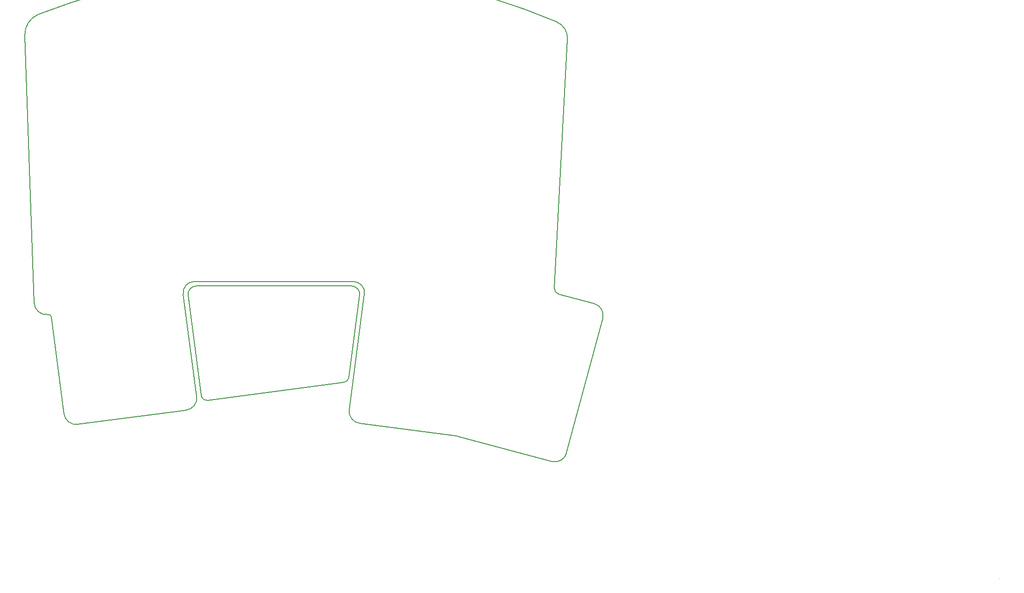
<source format=gm1>
G04 #@! TF.GenerationSoftware,KiCad,Pcbnew,8.0.5*
G04 #@! TF.CreationDate,2025-01-02T22:51:13+08:00*
G04 #@! TF.ProjectId,Kretstr_d_v2,4b726574-7374-472e-9464-5f76322e6b69,rev?*
G04 #@! TF.SameCoordinates,Original*
G04 #@! TF.FileFunction,Profile,NP*
%FSLAX46Y46*%
G04 Gerber Fmt 4.6, Leading zero omitted, Abs format (unit mm)*
G04 Created by KiCad (PCBNEW 8.0.5) date 2025-01-02 22:51:13*
%MOMM*%
%LPD*%
G01*
G04 APERTURE LIST*
G04 #@! TA.AperFunction,Profile*
%ADD10C,0.150000*%
G04 #@! TD*
G04 #@! TA.AperFunction,Profile*
%ADD11C,0.100000*%
G04 #@! TD*
G04 APERTURE END LIST*
D10*
X136739906Y-103888465D02*
G75*
G02*
X138722630Y-106149517I-206J-2000035D01*
G01*
X136369294Y-104686000D02*
G75*
G02*
X137856435Y-106382035I6J-1500000D01*
G01*
X106750855Y-106381789D02*
G75*
G02*
X108238022Y-104686022I1487145J195789D01*
G01*
X105874374Y-106146945D02*
G75*
G02*
X107857454Y-103886091I1982926J260845D01*
G01*
X173466190Y-56669081D02*
G75*
G02*
X175554352Y-59869619I-1233290J-3086119D01*
G01*
X155355476Y-131931736D02*
G75*
G02*
X155637721Y-131987876I-287176J-2181364D01*
G01*
X86725379Y-129817020D02*
G75*
G02*
X84256948Y-127922077I-287179J2181120D01*
G01*
D11*
X253847600Y-157835600D02*
X253847600Y-157835600D01*
D10*
X81323053Y-109872410D02*
G75*
G02*
X78838886Y-107806372I-287153J2181210D01*
G01*
X135886464Y-121326406D02*
G75*
G02*
X135025570Y-122187182I-991464J130706D01*
G01*
X137850720Y-129627192D02*
X155355476Y-131931736D01*
X173182153Y-105133828D02*
X175554350Y-59869619D01*
X175386358Y-135001901D02*
G75*
G02*
X172691912Y-136557562I-2125058J569401D01*
G01*
X81382851Y-109864537D02*
X81323053Y-109872410D01*
X180375679Y-107881356D02*
G75*
G02*
X181931338Y-110575801I-569379J-2125044D01*
G01*
X155637721Y-131987877D02*
X172691919Y-136557536D01*
X108238022Y-104686000D02*
X136369294Y-104686000D01*
X81943863Y-110295205D02*
X84256922Y-127922080D01*
X110269384Y-125446376D02*
X135025567Y-122187162D01*
X173921963Y-106152089D02*
X180375679Y-107881356D01*
X137850720Y-129627192D02*
G75*
G02*
X135956703Y-127158855I287180J2181192D01*
G01*
X79638590Y-55348281D02*
G75*
G02*
X173466191Y-56669079I45280560J-116683479D01*
G01*
X109147413Y-124585457D02*
X106750855Y-106381789D01*
X107857454Y-103886093D02*
X136739906Y-103888465D01*
X135886464Y-121326406D02*
X137856429Y-106382034D01*
X108322257Y-124754978D02*
X105874374Y-106146945D01*
X108322257Y-124754978D02*
G75*
G02*
X106428210Y-127223119I-2181257J-286922D01*
G01*
X77141859Y-59158281D02*
X78838905Y-107806371D01*
X175386358Y-135001901D02*
X181931314Y-110575795D01*
X135956700Y-127158855D02*
X138722631Y-106149517D01*
X106428207Y-127223094D02*
X86725379Y-129817020D01*
X110269384Y-125446376D02*
G75*
G02*
X109147433Y-124585454I-130484J991476D01*
G01*
X81382851Y-109864537D02*
G75*
G02*
X81943883Y-110295202I65249J-495763D01*
G01*
X173921963Y-106152089D02*
G75*
G02*
X173182175Y-105133829I258937J965989D01*
G01*
D11*
X253847600Y-157835600D02*
X253847600Y-157835600D01*
D10*
X77141859Y-59158281D02*
G75*
G02*
X79638581Y-55348260I3984541J111981D01*
G01*
M02*

</source>
